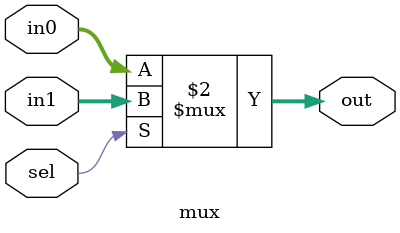
<source format=sv>
module mux(in0, in1, sel, out);
parameter WIDTH = 32;
input [WIDTH-1:0] in0, in1;
input sel;
output reg [WIDTH-1:0] out;

always @(*) begin
    out = (sel) ? in1 : in0;
end
    
endmodule


</source>
